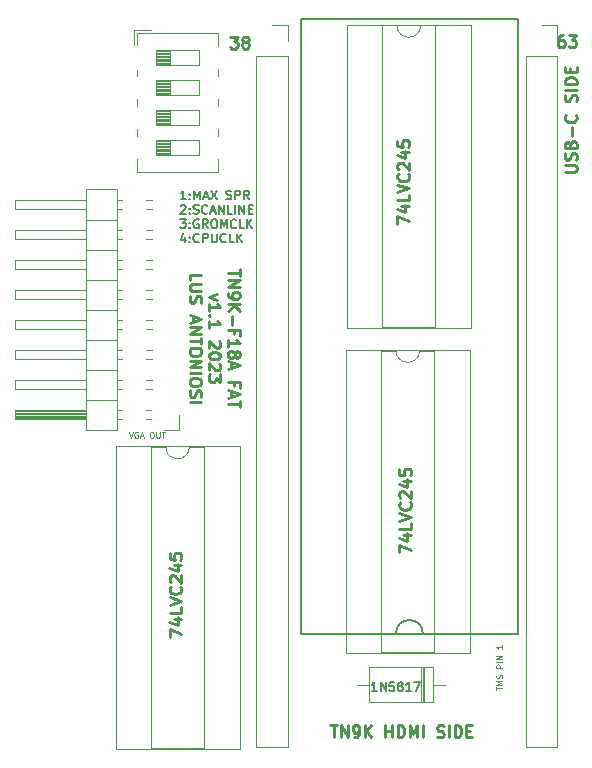
<source format=gbr>
%TF.GenerationSoftware,KiCad,Pcbnew,7.0.1*%
%TF.CreationDate,2023-05-22T12:19:44-07:00*%
%TF.ProjectId,tn9k_f18_fat,746e396b-5f66-4313-985f-6661742e6b69,rev?*%
%TF.SameCoordinates,Original*%
%TF.FileFunction,Legend,Top*%
%TF.FilePolarity,Positive*%
%FSLAX46Y46*%
G04 Gerber Fmt 4.6, Leading zero omitted, Abs format (unit mm)*
G04 Created by KiCad (PCBNEW 7.0.1) date 2023-05-22 12:19:44*
%MOMM*%
%LPD*%
G01*
G04 APERTURE LIST*
%ADD10C,0.150000*%
%ADD11C,0.250000*%
%ADD12C,0.187500*%
%ADD13C,0.125000*%
%ADD14C,0.120000*%
G04 APERTURE END LIST*
D10*
X153035000Y-48260000D02*
X171450000Y-48260000D01*
X153035000Y-48260000D02*
X153035000Y-100330000D01*
X153035000Y-100330000D02*
X171450000Y-100330000D01*
X163387262Y-100330000D02*
G75*
G03*
X161097738Y-100330000I-1144762J0D01*
G01*
X171450000Y-48260000D02*
X171450000Y-100330000D01*
D11*
X161234419Y-65643142D02*
X161234419Y-64976476D01*
X161234419Y-64976476D02*
X162234419Y-65405047D01*
X161567752Y-64166952D02*
X162234419Y-64166952D01*
X161186800Y-64405047D02*
X161901085Y-64643142D01*
X161901085Y-64643142D02*
X161901085Y-64024095D01*
X162234419Y-63166952D02*
X162234419Y-63643142D01*
X162234419Y-63643142D02*
X161234419Y-63643142D01*
X161234419Y-62976475D02*
X162234419Y-62643142D01*
X162234419Y-62643142D02*
X161234419Y-62309809D01*
X162139180Y-61405047D02*
X162186800Y-61452666D01*
X162186800Y-61452666D02*
X162234419Y-61595523D01*
X162234419Y-61595523D02*
X162234419Y-61690761D01*
X162234419Y-61690761D02*
X162186800Y-61833618D01*
X162186800Y-61833618D02*
X162091561Y-61928856D01*
X162091561Y-61928856D02*
X161996323Y-61976475D01*
X161996323Y-61976475D02*
X161805847Y-62024094D01*
X161805847Y-62024094D02*
X161662990Y-62024094D01*
X161662990Y-62024094D02*
X161472514Y-61976475D01*
X161472514Y-61976475D02*
X161377276Y-61928856D01*
X161377276Y-61928856D02*
X161282038Y-61833618D01*
X161282038Y-61833618D02*
X161234419Y-61690761D01*
X161234419Y-61690761D02*
X161234419Y-61595523D01*
X161234419Y-61595523D02*
X161282038Y-61452666D01*
X161282038Y-61452666D02*
X161329657Y-61405047D01*
X161329657Y-61024094D02*
X161282038Y-60976475D01*
X161282038Y-60976475D02*
X161234419Y-60881237D01*
X161234419Y-60881237D02*
X161234419Y-60643142D01*
X161234419Y-60643142D02*
X161282038Y-60547904D01*
X161282038Y-60547904D02*
X161329657Y-60500285D01*
X161329657Y-60500285D02*
X161424895Y-60452666D01*
X161424895Y-60452666D02*
X161520133Y-60452666D01*
X161520133Y-60452666D02*
X161662990Y-60500285D01*
X161662990Y-60500285D02*
X162234419Y-61071713D01*
X162234419Y-61071713D02*
X162234419Y-60452666D01*
X161567752Y-59595523D02*
X162234419Y-59595523D01*
X161186800Y-59833618D02*
X161901085Y-60071713D01*
X161901085Y-60071713D02*
X161901085Y-59452666D01*
X161234419Y-58595523D02*
X161234419Y-59071713D01*
X161234419Y-59071713D02*
X161710609Y-59119332D01*
X161710609Y-59119332D02*
X161662990Y-59071713D01*
X161662990Y-59071713D02*
X161615371Y-58976475D01*
X161615371Y-58976475D02*
X161615371Y-58738380D01*
X161615371Y-58738380D02*
X161662990Y-58643142D01*
X161662990Y-58643142D02*
X161710609Y-58595523D01*
X161710609Y-58595523D02*
X161805847Y-58547904D01*
X161805847Y-58547904D02*
X162043942Y-58547904D01*
X162043942Y-58547904D02*
X162139180Y-58595523D01*
X162139180Y-58595523D02*
X162186800Y-58643142D01*
X162186800Y-58643142D02*
X162234419Y-58738380D01*
X162234419Y-58738380D02*
X162234419Y-58976475D01*
X162234419Y-58976475D02*
X162186800Y-59071713D01*
X162186800Y-59071713D02*
X162139180Y-59119332D01*
X161386819Y-93456142D02*
X161386819Y-92789476D01*
X161386819Y-92789476D02*
X162386819Y-93218047D01*
X161720152Y-91979952D02*
X162386819Y-91979952D01*
X161339200Y-92218047D02*
X162053485Y-92456142D01*
X162053485Y-92456142D02*
X162053485Y-91837095D01*
X162386819Y-90979952D02*
X162386819Y-91456142D01*
X162386819Y-91456142D02*
X161386819Y-91456142D01*
X161386819Y-90789475D02*
X162386819Y-90456142D01*
X162386819Y-90456142D02*
X161386819Y-90122809D01*
X162291580Y-89218047D02*
X162339200Y-89265666D01*
X162339200Y-89265666D02*
X162386819Y-89408523D01*
X162386819Y-89408523D02*
X162386819Y-89503761D01*
X162386819Y-89503761D02*
X162339200Y-89646618D01*
X162339200Y-89646618D02*
X162243961Y-89741856D01*
X162243961Y-89741856D02*
X162148723Y-89789475D01*
X162148723Y-89789475D02*
X161958247Y-89837094D01*
X161958247Y-89837094D02*
X161815390Y-89837094D01*
X161815390Y-89837094D02*
X161624914Y-89789475D01*
X161624914Y-89789475D02*
X161529676Y-89741856D01*
X161529676Y-89741856D02*
X161434438Y-89646618D01*
X161434438Y-89646618D02*
X161386819Y-89503761D01*
X161386819Y-89503761D02*
X161386819Y-89408523D01*
X161386819Y-89408523D02*
X161434438Y-89265666D01*
X161434438Y-89265666D02*
X161482057Y-89218047D01*
X161482057Y-88837094D02*
X161434438Y-88789475D01*
X161434438Y-88789475D02*
X161386819Y-88694237D01*
X161386819Y-88694237D02*
X161386819Y-88456142D01*
X161386819Y-88456142D02*
X161434438Y-88360904D01*
X161434438Y-88360904D02*
X161482057Y-88313285D01*
X161482057Y-88313285D02*
X161577295Y-88265666D01*
X161577295Y-88265666D02*
X161672533Y-88265666D01*
X161672533Y-88265666D02*
X161815390Y-88313285D01*
X161815390Y-88313285D02*
X162386819Y-88884713D01*
X162386819Y-88884713D02*
X162386819Y-88265666D01*
X161720152Y-87408523D02*
X162386819Y-87408523D01*
X161339200Y-87646618D02*
X162053485Y-87884713D01*
X162053485Y-87884713D02*
X162053485Y-87265666D01*
X161386819Y-86408523D02*
X161386819Y-86884713D01*
X161386819Y-86884713D02*
X161863009Y-86932332D01*
X161863009Y-86932332D02*
X161815390Y-86884713D01*
X161815390Y-86884713D02*
X161767771Y-86789475D01*
X161767771Y-86789475D02*
X161767771Y-86551380D01*
X161767771Y-86551380D02*
X161815390Y-86456142D01*
X161815390Y-86456142D02*
X161863009Y-86408523D01*
X161863009Y-86408523D02*
X161958247Y-86360904D01*
X161958247Y-86360904D02*
X162196342Y-86360904D01*
X162196342Y-86360904D02*
X162291580Y-86408523D01*
X162291580Y-86408523D02*
X162339200Y-86456142D01*
X162339200Y-86456142D02*
X162386819Y-86551380D01*
X162386819Y-86551380D02*
X162386819Y-86789475D01*
X162386819Y-86789475D02*
X162339200Y-86884713D01*
X162339200Y-86884713D02*
X162291580Y-86932332D01*
D12*
X143319428Y-63573214D02*
X142890857Y-63573214D01*
X143105142Y-63573214D02*
X143105142Y-62823214D01*
X143105142Y-62823214D02*
X143033714Y-62930357D01*
X143033714Y-62930357D02*
X142962285Y-63001785D01*
X142962285Y-63001785D02*
X142890857Y-63037500D01*
X143640857Y-63501785D02*
X143676571Y-63537500D01*
X143676571Y-63537500D02*
X143640857Y-63573214D01*
X143640857Y-63573214D02*
X143605143Y-63537500D01*
X143605143Y-63537500D02*
X143640857Y-63501785D01*
X143640857Y-63501785D02*
X143640857Y-63573214D01*
X143640857Y-63108928D02*
X143676571Y-63144642D01*
X143676571Y-63144642D02*
X143640857Y-63180357D01*
X143640857Y-63180357D02*
X143605143Y-63144642D01*
X143605143Y-63144642D02*
X143640857Y-63108928D01*
X143640857Y-63108928D02*
X143640857Y-63180357D01*
X143998000Y-63573214D02*
X143998000Y-62823214D01*
X143998000Y-62823214D02*
X144248000Y-63358928D01*
X144248000Y-63358928D02*
X144498000Y-62823214D01*
X144498000Y-62823214D02*
X144498000Y-63573214D01*
X144819429Y-63358928D02*
X145176572Y-63358928D01*
X144748000Y-63573214D02*
X144998000Y-62823214D01*
X144998000Y-62823214D02*
X145248000Y-63573214D01*
X145426571Y-62823214D02*
X145926571Y-63573214D01*
X145926571Y-62823214D02*
X145426571Y-63573214D01*
X146748001Y-63537500D02*
X146855144Y-63573214D01*
X146855144Y-63573214D02*
X147033715Y-63573214D01*
X147033715Y-63573214D02*
X147105144Y-63537500D01*
X147105144Y-63537500D02*
X147140858Y-63501785D01*
X147140858Y-63501785D02*
X147176572Y-63430357D01*
X147176572Y-63430357D02*
X147176572Y-63358928D01*
X147176572Y-63358928D02*
X147140858Y-63287500D01*
X147140858Y-63287500D02*
X147105144Y-63251785D01*
X147105144Y-63251785D02*
X147033715Y-63216071D01*
X147033715Y-63216071D02*
X146890858Y-63180357D01*
X146890858Y-63180357D02*
X146819429Y-63144642D01*
X146819429Y-63144642D02*
X146783715Y-63108928D01*
X146783715Y-63108928D02*
X146748001Y-63037500D01*
X146748001Y-63037500D02*
X146748001Y-62966071D01*
X146748001Y-62966071D02*
X146783715Y-62894642D01*
X146783715Y-62894642D02*
X146819429Y-62858928D01*
X146819429Y-62858928D02*
X146890858Y-62823214D01*
X146890858Y-62823214D02*
X147069429Y-62823214D01*
X147069429Y-62823214D02*
X147176572Y-62858928D01*
X147498001Y-63573214D02*
X147498001Y-62823214D01*
X147498001Y-62823214D02*
X147783715Y-62823214D01*
X147783715Y-62823214D02*
X147855144Y-62858928D01*
X147855144Y-62858928D02*
X147890858Y-62894642D01*
X147890858Y-62894642D02*
X147926572Y-62966071D01*
X147926572Y-62966071D02*
X147926572Y-63073214D01*
X147926572Y-63073214D02*
X147890858Y-63144642D01*
X147890858Y-63144642D02*
X147855144Y-63180357D01*
X147855144Y-63180357D02*
X147783715Y-63216071D01*
X147783715Y-63216071D02*
X147498001Y-63216071D01*
X148676572Y-63573214D02*
X148426572Y-63216071D01*
X148248001Y-63573214D02*
X148248001Y-62823214D01*
X148248001Y-62823214D02*
X148533715Y-62823214D01*
X148533715Y-62823214D02*
X148605144Y-62858928D01*
X148605144Y-62858928D02*
X148640858Y-62894642D01*
X148640858Y-62894642D02*
X148676572Y-62966071D01*
X148676572Y-62966071D02*
X148676572Y-63073214D01*
X148676572Y-63073214D02*
X148640858Y-63144642D01*
X148640858Y-63144642D02*
X148605144Y-63180357D01*
X148605144Y-63180357D02*
X148533715Y-63216071D01*
X148533715Y-63216071D02*
X148248001Y-63216071D01*
X142890857Y-64109642D02*
X142926571Y-64073928D01*
X142926571Y-64073928D02*
X142998000Y-64038214D01*
X142998000Y-64038214D02*
X143176571Y-64038214D01*
X143176571Y-64038214D02*
X143248000Y-64073928D01*
X143248000Y-64073928D02*
X143283714Y-64109642D01*
X143283714Y-64109642D02*
X143319428Y-64181071D01*
X143319428Y-64181071D02*
X143319428Y-64252500D01*
X143319428Y-64252500D02*
X143283714Y-64359642D01*
X143283714Y-64359642D02*
X142855142Y-64788214D01*
X142855142Y-64788214D02*
X143319428Y-64788214D01*
X143640857Y-64716785D02*
X143676571Y-64752500D01*
X143676571Y-64752500D02*
X143640857Y-64788214D01*
X143640857Y-64788214D02*
X143605143Y-64752500D01*
X143605143Y-64752500D02*
X143640857Y-64716785D01*
X143640857Y-64716785D02*
X143640857Y-64788214D01*
X143640857Y-64323928D02*
X143676571Y-64359642D01*
X143676571Y-64359642D02*
X143640857Y-64395357D01*
X143640857Y-64395357D02*
X143605143Y-64359642D01*
X143605143Y-64359642D02*
X143640857Y-64323928D01*
X143640857Y-64323928D02*
X143640857Y-64395357D01*
X143962286Y-64752500D02*
X144069429Y-64788214D01*
X144069429Y-64788214D02*
X144248000Y-64788214D01*
X144248000Y-64788214D02*
X144319429Y-64752500D01*
X144319429Y-64752500D02*
X144355143Y-64716785D01*
X144355143Y-64716785D02*
X144390857Y-64645357D01*
X144390857Y-64645357D02*
X144390857Y-64573928D01*
X144390857Y-64573928D02*
X144355143Y-64502500D01*
X144355143Y-64502500D02*
X144319429Y-64466785D01*
X144319429Y-64466785D02*
X144248000Y-64431071D01*
X144248000Y-64431071D02*
X144105143Y-64395357D01*
X144105143Y-64395357D02*
X144033714Y-64359642D01*
X144033714Y-64359642D02*
X143998000Y-64323928D01*
X143998000Y-64323928D02*
X143962286Y-64252500D01*
X143962286Y-64252500D02*
X143962286Y-64181071D01*
X143962286Y-64181071D02*
X143998000Y-64109642D01*
X143998000Y-64109642D02*
X144033714Y-64073928D01*
X144033714Y-64073928D02*
X144105143Y-64038214D01*
X144105143Y-64038214D02*
X144283714Y-64038214D01*
X144283714Y-64038214D02*
X144390857Y-64073928D01*
X145140857Y-64716785D02*
X145105143Y-64752500D01*
X145105143Y-64752500D02*
X144998000Y-64788214D01*
X144998000Y-64788214D02*
X144926572Y-64788214D01*
X144926572Y-64788214D02*
X144819429Y-64752500D01*
X144819429Y-64752500D02*
X144748000Y-64681071D01*
X144748000Y-64681071D02*
X144712286Y-64609642D01*
X144712286Y-64609642D02*
X144676572Y-64466785D01*
X144676572Y-64466785D02*
X144676572Y-64359642D01*
X144676572Y-64359642D02*
X144712286Y-64216785D01*
X144712286Y-64216785D02*
X144748000Y-64145357D01*
X144748000Y-64145357D02*
X144819429Y-64073928D01*
X144819429Y-64073928D02*
X144926572Y-64038214D01*
X144926572Y-64038214D02*
X144998000Y-64038214D01*
X144998000Y-64038214D02*
X145105143Y-64073928D01*
X145105143Y-64073928D02*
X145140857Y-64109642D01*
X145426572Y-64573928D02*
X145783715Y-64573928D01*
X145355143Y-64788214D02*
X145605143Y-64038214D01*
X145605143Y-64038214D02*
X145855143Y-64788214D01*
X146105143Y-64788214D02*
X146105143Y-64038214D01*
X146105143Y-64038214D02*
X146533714Y-64788214D01*
X146533714Y-64788214D02*
X146533714Y-64038214D01*
X147248000Y-64788214D02*
X146890857Y-64788214D01*
X146890857Y-64788214D02*
X146890857Y-64038214D01*
X147498000Y-64788214D02*
X147498000Y-64038214D01*
X147855143Y-64788214D02*
X147855143Y-64038214D01*
X147855143Y-64038214D02*
X148283714Y-64788214D01*
X148283714Y-64788214D02*
X148283714Y-64038214D01*
X148640857Y-64395357D02*
X148890857Y-64395357D01*
X148998000Y-64788214D02*
X148640857Y-64788214D01*
X148640857Y-64788214D02*
X148640857Y-64038214D01*
X148640857Y-64038214D02*
X148998000Y-64038214D01*
X142855142Y-65253214D02*
X143319428Y-65253214D01*
X143319428Y-65253214D02*
X143069428Y-65538928D01*
X143069428Y-65538928D02*
X143176571Y-65538928D01*
X143176571Y-65538928D02*
X143248000Y-65574642D01*
X143248000Y-65574642D02*
X143283714Y-65610357D01*
X143283714Y-65610357D02*
X143319428Y-65681785D01*
X143319428Y-65681785D02*
X143319428Y-65860357D01*
X143319428Y-65860357D02*
X143283714Y-65931785D01*
X143283714Y-65931785D02*
X143248000Y-65967500D01*
X143248000Y-65967500D02*
X143176571Y-66003214D01*
X143176571Y-66003214D02*
X142962285Y-66003214D01*
X142962285Y-66003214D02*
X142890857Y-65967500D01*
X142890857Y-65967500D02*
X142855142Y-65931785D01*
X143640857Y-65931785D02*
X143676571Y-65967500D01*
X143676571Y-65967500D02*
X143640857Y-66003214D01*
X143640857Y-66003214D02*
X143605143Y-65967500D01*
X143605143Y-65967500D02*
X143640857Y-65931785D01*
X143640857Y-65931785D02*
X143640857Y-66003214D01*
X143640857Y-65538928D02*
X143676571Y-65574642D01*
X143676571Y-65574642D02*
X143640857Y-65610357D01*
X143640857Y-65610357D02*
X143605143Y-65574642D01*
X143605143Y-65574642D02*
X143640857Y-65538928D01*
X143640857Y-65538928D02*
X143640857Y-65610357D01*
X144390857Y-65288928D02*
X144319429Y-65253214D01*
X144319429Y-65253214D02*
X144212286Y-65253214D01*
X144212286Y-65253214D02*
X144105143Y-65288928D01*
X144105143Y-65288928D02*
X144033714Y-65360357D01*
X144033714Y-65360357D02*
X143998000Y-65431785D01*
X143998000Y-65431785D02*
X143962286Y-65574642D01*
X143962286Y-65574642D02*
X143962286Y-65681785D01*
X143962286Y-65681785D02*
X143998000Y-65824642D01*
X143998000Y-65824642D02*
X144033714Y-65896071D01*
X144033714Y-65896071D02*
X144105143Y-65967500D01*
X144105143Y-65967500D02*
X144212286Y-66003214D01*
X144212286Y-66003214D02*
X144283714Y-66003214D01*
X144283714Y-66003214D02*
X144390857Y-65967500D01*
X144390857Y-65967500D02*
X144426571Y-65931785D01*
X144426571Y-65931785D02*
X144426571Y-65681785D01*
X144426571Y-65681785D02*
X144283714Y-65681785D01*
X145176571Y-66003214D02*
X144926571Y-65646071D01*
X144748000Y-66003214D02*
X144748000Y-65253214D01*
X144748000Y-65253214D02*
X145033714Y-65253214D01*
X145033714Y-65253214D02*
X145105143Y-65288928D01*
X145105143Y-65288928D02*
X145140857Y-65324642D01*
X145140857Y-65324642D02*
X145176571Y-65396071D01*
X145176571Y-65396071D02*
X145176571Y-65503214D01*
X145176571Y-65503214D02*
X145140857Y-65574642D01*
X145140857Y-65574642D02*
X145105143Y-65610357D01*
X145105143Y-65610357D02*
X145033714Y-65646071D01*
X145033714Y-65646071D02*
X144748000Y-65646071D01*
X145640857Y-65253214D02*
X145783714Y-65253214D01*
X145783714Y-65253214D02*
X145855143Y-65288928D01*
X145855143Y-65288928D02*
X145926571Y-65360357D01*
X145926571Y-65360357D02*
X145962286Y-65503214D01*
X145962286Y-65503214D02*
X145962286Y-65753214D01*
X145962286Y-65753214D02*
X145926571Y-65896071D01*
X145926571Y-65896071D02*
X145855143Y-65967500D01*
X145855143Y-65967500D02*
X145783714Y-66003214D01*
X145783714Y-66003214D02*
X145640857Y-66003214D01*
X145640857Y-66003214D02*
X145569429Y-65967500D01*
X145569429Y-65967500D02*
X145498000Y-65896071D01*
X145498000Y-65896071D02*
X145462286Y-65753214D01*
X145462286Y-65753214D02*
X145462286Y-65503214D01*
X145462286Y-65503214D02*
X145498000Y-65360357D01*
X145498000Y-65360357D02*
X145569429Y-65288928D01*
X145569429Y-65288928D02*
X145640857Y-65253214D01*
X146283714Y-66003214D02*
X146283714Y-65253214D01*
X146283714Y-65253214D02*
X146533714Y-65788928D01*
X146533714Y-65788928D02*
X146783714Y-65253214D01*
X146783714Y-65253214D02*
X146783714Y-66003214D01*
X147569428Y-65931785D02*
X147533714Y-65967500D01*
X147533714Y-65967500D02*
X147426571Y-66003214D01*
X147426571Y-66003214D02*
X147355143Y-66003214D01*
X147355143Y-66003214D02*
X147248000Y-65967500D01*
X147248000Y-65967500D02*
X147176571Y-65896071D01*
X147176571Y-65896071D02*
X147140857Y-65824642D01*
X147140857Y-65824642D02*
X147105143Y-65681785D01*
X147105143Y-65681785D02*
X147105143Y-65574642D01*
X147105143Y-65574642D02*
X147140857Y-65431785D01*
X147140857Y-65431785D02*
X147176571Y-65360357D01*
X147176571Y-65360357D02*
X147248000Y-65288928D01*
X147248000Y-65288928D02*
X147355143Y-65253214D01*
X147355143Y-65253214D02*
X147426571Y-65253214D01*
X147426571Y-65253214D02*
X147533714Y-65288928D01*
X147533714Y-65288928D02*
X147569428Y-65324642D01*
X148248000Y-66003214D02*
X147890857Y-66003214D01*
X147890857Y-66003214D02*
X147890857Y-65253214D01*
X148498000Y-66003214D02*
X148498000Y-65253214D01*
X148926571Y-66003214D02*
X148605143Y-65574642D01*
X148926571Y-65253214D02*
X148498000Y-65681785D01*
X143248000Y-66718214D02*
X143248000Y-67218214D01*
X143069428Y-66432500D02*
X142890857Y-66968214D01*
X142890857Y-66968214D02*
X143355142Y-66968214D01*
X143640857Y-67146785D02*
X143676571Y-67182500D01*
X143676571Y-67182500D02*
X143640857Y-67218214D01*
X143640857Y-67218214D02*
X143605143Y-67182500D01*
X143605143Y-67182500D02*
X143640857Y-67146785D01*
X143640857Y-67146785D02*
X143640857Y-67218214D01*
X143640857Y-66753928D02*
X143676571Y-66789642D01*
X143676571Y-66789642D02*
X143640857Y-66825357D01*
X143640857Y-66825357D02*
X143605143Y-66789642D01*
X143605143Y-66789642D02*
X143640857Y-66753928D01*
X143640857Y-66753928D02*
X143640857Y-66825357D01*
X144426571Y-67146785D02*
X144390857Y-67182500D01*
X144390857Y-67182500D02*
X144283714Y-67218214D01*
X144283714Y-67218214D02*
X144212286Y-67218214D01*
X144212286Y-67218214D02*
X144105143Y-67182500D01*
X144105143Y-67182500D02*
X144033714Y-67111071D01*
X144033714Y-67111071D02*
X143998000Y-67039642D01*
X143998000Y-67039642D02*
X143962286Y-66896785D01*
X143962286Y-66896785D02*
X143962286Y-66789642D01*
X143962286Y-66789642D02*
X143998000Y-66646785D01*
X143998000Y-66646785D02*
X144033714Y-66575357D01*
X144033714Y-66575357D02*
X144105143Y-66503928D01*
X144105143Y-66503928D02*
X144212286Y-66468214D01*
X144212286Y-66468214D02*
X144283714Y-66468214D01*
X144283714Y-66468214D02*
X144390857Y-66503928D01*
X144390857Y-66503928D02*
X144426571Y-66539642D01*
X144748000Y-67218214D02*
X144748000Y-66468214D01*
X144748000Y-66468214D02*
X145033714Y-66468214D01*
X145033714Y-66468214D02*
X145105143Y-66503928D01*
X145105143Y-66503928D02*
X145140857Y-66539642D01*
X145140857Y-66539642D02*
X145176571Y-66611071D01*
X145176571Y-66611071D02*
X145176571Y-66718214D01*
X145176571Y-66718214D02*
X145140857Y-66789642D01*
X145140857Y-66789642D02*
X145105143Y-66825357D01*
X145105143Y-66825357D02*
X145033714Y-66861071D01*
X145033714Y-66861071D02*
X144748000Y-66861071D01*
X145498000Y-66468214D02*
X145498000Y-67075357D01*
X145498000Y-67075357D02*
X145533714Y-67146785D01*
X145533714Y-67146785D02*
X145569429Y-67182500D01*
X145569429Y-67182500D02*
X145640857Y-67218214D01*
X145640857Y-67218214D02*
X145783714Y-67218214D01*
X145783714Y-67218214D02*
X145855143Y-67182500D01*
X145855143Y-67182500D02*
X145890857Y-67146785D01*
X145890857Y-67146785D02*
X145926571Y-67075357D01*
X145926571Y-67075357D02*
X145926571Y-66468214D01*
X146712285Y-67146785D02*
X146676571Y-67182500D01*
X146676571Y-67182500D02*
X146569428Y-67218214D01*
X146569428Y-67218214D02*
X146498000Y-67218214D01*
X146498000Y-67218214D02*
X146390857Y-67182500D01*
X146390857Y-67182500D02*
X146319428Y-67111071D01*
X146319428Y-67111071D02*
X146283714Y-67039642D01*
X146283714Y-67039642D02*
X146248000Y-66896785D01*
X146248000Y-66896785D02*
X146248000Y-66789642D01*
X146248000Y-66789642D02*
X146283714Y-66646785D01*
X146283714Y-66646785D02*
X146319428Y-66575357D01*
X146319428Y-66575357D02*
X146390857Y-66503928D01*
X146390857Y-66503928D02*
X146498000Y-66468214D01*
X146498000Y-66468214D02*
X146569428Y-66468214D01*
X146569428Y-66468214D02*
X146676571Y-66503928D01*
X146676571Y-66503928D02*
X146712285Y-66539642D01*
X147390857Y-67218214D02*
X147033714Y-67218214D01*
X147033714Y-67218214D02*
X147033714Y-66468214D01*
X147640857Y-67218214D02*
X147640857Y-66468214D01*
X148069428Y-67218214D02*
X147748000Y-66789642D01*
X148069428Y-66468214D02*
X147640857Y-66896785D01*
D11*
X141945819Y-100588542D02*
X141945819Y-99921876D01*
X141945819Y-99921876D02*
X142945819Y-100350447D01*
X142279152Y-99112352D02*
X142945819Y-99112352D01*
X141898200Y-99350447D02*
X142612485Y-99588542D01*
X142612485Y-99588542D02*
X142612485Y-98969495D01*
X142945819Y-98112352D02*
X142945819Y-98588542D01*
X142945819Y-98588542D02*
X141945819Y-98588542D01*
X141945819Y-97921875D02*
X142945819Y-97588542D01*
X142945819Y-97588542D02*
X141945819Y-97255209D01*
X142850580Y-96350447D02*
X142898200Y-96398066D01*
X142898200Y-96398066D02*
X142945819Y-96540923D01*
X142945819Y-96540923D02*
X142945819Y-96636161D01*
X142945819Y-96636161D02*
X142898200Y-96779018D01*
X142898200Y-96779018D02*
X142802961Y-96874256D01*
X142802961Y-96874256D02*
X142707723Y-96921875D01*
X142707723Y-96921875D02*
X142517247Y-96969494D01*
X142517247Y-96969494D02*
X142374390Y-96969494D01*
X142374390Y-96969494D02*
X142183914Y-96921875D01*
X142183914Y-96921875D02*
X142088676Y-96874256D01*
X142088676Y-96874256D02*
X141993438Y-96779018D01*
X141993438Y-96779018D02*
X141945819Y-96636161D01*
X141945819Y-96636161D02*
X141945819Y-96540923D01*
X141945819Y-96540923D02*
X141993438Y-96398066D01*
X141993438Y-96398066D02*
X142041057Y-96350447D01*
X142041057Y-95969494D02*
X141993438Y-95921875D01*
X141993438Y-95921875D02*
X141945819Y-95826637D01*
X141945819Y-95826637D02*
X141945819Y-95588542D01*
X141945819Y-95588542D02*
X141993438Y-95493304D01*
X141993438Y-95493304D02*
X142041057Y-95445685D01*
X142041057Y-95445685D02*
X142136295Y-95398066D01*
X142136295Y-95398066D02*
X142231533Y-95398066D01*
X142231533Y-95398066D02*
X142374390Y-95445685D01*
X142374390Y-95445685D02*
X142945819Y-96017113D01*
X142945819Y-96017113D02*
X142945819Y-95398066D01*
X142279152Y-94540923D02*
X142945819Y-94540923D01*
X141898200Y-94779018D02*
X142612485Y-95017113D01*
X142612485Y-95017113D02*
X142612485Y-94398066D01*
X141945819Y-93540923D02*
X141945819Y-94017113D01*
X141945819Y-94017113D02*
X142422009Y-94064732D01*
X142422009Y-94064732D02*
X142374390Y-94017113D01*
X142374390Y-94017113D02*
X142326771Y-93921875D01*
X142326771Y-93921875D02*
X142326771Y-93683780D01*
X142326771Y-93683780D02*
X142374390Y-93588542D01*
X142374390Y-93588542D02*
X142422009Y-93540923D01*
X142422009Y-93540923D02*
X142517247Y-93493304D01*
X142517247Y-93493304D02*
X142755342Y-93493304D01*
X142755342Y-93493304D02*
X142850580Y-93540923D01*
X142850580Y-93540923D02*
X142898200Y-93588542D01*
X142898200Y-93588542D02*
X142945819Y-93683780D01*
X142945819Y-93683780D02*
X142945819Y-93921875D01*
X142945819Y-93921875D02*
X142898200Y-94017113D01*
X142898200Y-94017113D02*
X142850580Y-94064732D01*
X175407619Y-61229904D02*
X176217142Y-61229904D01*
X176217142Y-61229904D02*
X176312380Y-61182285D01*
X176312380Y-61182285D02*
X176360000Y-61134666D01*
X176360000Y-61134666D02*
X176407619Y-61039428D01*
X176407619Y-61039428D02*
X176407619Y-60848952D01*
X176407619Y-60848952D02*
X176360000Y-60753714D01*
X176360000Y-60753714D02*
X176312380Y-60706095D01*
X176312380Y-60706095D02*
X176217142Y-60658476D01*
X176217142Y-60658476D02*
X175407619Y-60658476D01*
X176360000Y-60229904D02*
X176407619Y-60087047D01*
X176407619Y-60087047D02*
X176407619Y-59848952D01*
X176407619Y-59848952D02*
X176360000Y-59753714D01*
X176360000Y-59753714D02*
X176312380Y-59706095D01*
X176312380Y-59706095D02*
X176217142Y-59658476D01*
X176217142Y-59658476D02*
X176121904Y-59658476D01*
X176121904Y-59658476D02*
X176026666Y-59706095D01*
X176026666Y-59706095D02*
X175979047Y-59753714D01*
X175979047Y-59753714D02*
X175931428Y-59848952D01*
X175931428Y-59848952D02*
X175883809Y-60039428D01*
X175883809Y-60039428D02*
X175836190Y-60134666D01*
X175836190Y-60134666D02*
X175788571Y-60182285D01*
X175788571Y-60182285D02*
X175693333Y-60229904D01*
X175693333Y-60229904D02*
X175598095Y-60229904D01*
X175598095Y-60229904D02*
X175502857Y-60182285D01*
X175502857Y-60182285D02*
X175455238Y-60134666D01*
X175455238Y-60134666D02*
X175407619Y-60039428D01*
X175407619Y-60039428D02*
X175407619Y-59801333D01*
X175407619Y-59801333D02*
X175455238Y-59658476D01*
X175883809Y-58896571D02*
X175931428Y-58753714D01*
X175931428Y-58753714D02*
X175979047Y-58706095D01*
X175979047Y-58706095D02*
X176074285Y-58658476D01*
X176074285Y-58658476D02*
X176217142Y-58658476D01*
X176217142Y-58658476D02*
X176312380Y-58706095D01*
X176312380Y-58706095D02*
X176360000Y-58753714D01*
X176360000Y-58753714D02*
X176407619Y-58848952D01*
X176407619Y-58848952D02*
X176407619Y-59229904D01*
X176407619Y-59229904D02*
X175407619Y-59229904D01*
X175407619Y-59229904D02*
X175407619Y-58896571D01*
X175407619Y-58896571D02*
X175455238Y-58801333D01*
X175455238Y-58801333D02*
X175502857Y-58753714D01*
X175502857Y-58753714D02*
X175598095Y-58706095D01*
X175598095Y-58706095D02*
X175693333Y-58706095D01*
X175693333Y-58706095D02*
X175788571Y-58753714D01*
X175788571Y-58753714D02*
X175836190Y-58801333D01*
X175836190Y-58801333D02*
X175883809Y-58896571D01*
X175883809Y-58896571D02*
X175883809Y-59229904D01*
X176026666Y-58229904D02*
X176026666Y-57468000D01*
X176312380Y-56420381D02*
X176360000Y-56468000D01*
X176360000Y-56468000D02*
X176407619Y-56610857D01*
X176407619Y-56610857D02*
X176407619Y-56706095D01*
X176407619Y-56706095D02*
X176360000Y-56848952D01*
X176360000Y-56848952D02*
X176264761Y-56944190D01*
X176264761Y-56944190D02*
X176169523Y-56991809D01*
X176169523Y-56991809D02*
X175979047Y-57039428D01*
X175979047Y-57039428D02*
X175836190Y-57039428D01*
X175836190Y-57039428D02*
X175645714Y-56991809D01*
X175645714Y-56991809D02*
X175550476Y-56944190D01*
X175550476Y-56944190D02*
X175455238Y-56848952D01*
X175455238Y-56848952D02*
X175407619Y-56706095D01*
X175407619Y-56706095D02*
X175407619Y-56610857D01*
X175407619Y-56610857D02*
X175455238Y-56468000D01*
X175455238Y-56468000D02*
X175502857Y-56420381D01*
X176360000Y-55277523D02*
X176407619Y-55134666D01*
X176407619Y-55134666D02*
X176407619Y-54896571D01*
X176407619Y-54896571D02*
X176360000Y-54801333D01*
X176360000Y-54801333D02*
X176312380Y-54753714D01*
X176312380Y-54753714D02*
X176217142Y-54706095D01*
X176217142Y-54706095D02*
X176121904Y-54706095D01*
X176121904Y-54706095D02*
X176026666Y-54753714D01*
X176026666Y-54753714D02*
X175979047Y-54801333D01*
X175979047Y-54801333D02*
X175931428Y-54896571D01*
X175931428Y-54896571D02*
X175883809Y-55087047D01*
X175883809Y-55087047D02*
X175836190Y-55182285D01*
X175836190Y-55182285D02*
X175788571Y-55229904D01*
X175788571Y-55229904D02*
X175693333Y-55277523D01*
X175693333Y-55277523D02*
X175598095Y-55277523D01*
X175598095Y-55277523D02*
X175502857Y-55229904D01*
X175502857Y-55229904D02*
X175455238Y-55182285D01*
X175455238Y-55182285D02*
X175407619Y-55087047D01*
X175407619Y-55087047D02*
X175407619Y-54848952D01*
X175407619Y-54848952D02*
X175455238Y-54706095D01*
X176407619Y-54277523D02*
X175407619Y-54277523D01*
X176407619Y-53801333D02*
X175407619Y-53801333D01*
X175407619Y-53801333D02*
X175407619Y-53563238D01*
X175407619Y-53563238D02*
X175455238Y-53420381D01*
X175455238Y-53420381D02*
X175550476Y-53325143D01*
X175550476Y-53325143D02*
X175645714Y-53277524D01*
X175645714Y-53277524D02*
X175836190Y-53229905D01*
X175836190Y-53229905D02*
X175979047Y-53229905D01*
X175979047Y-53229905D02*
X176169523Y-53277524D01*
X176169523Y-53277524D02*
X176264761Y-53325143D01*
X176264761Y-53325143D02*
X176360000Y-53420381D01*
X176360000Y-53420381D02*
X176407619Y-53563238D01*
X176407619Y-53563238D02*
X176407619Y-53801333D01*
X175883809Y-52801333D02*
X175883809Y-52468000D01*
X176407619Y-52325143D02*
X176407619Y-52801333D01*
X176407619Y-52801333D02*
X175407619Y-52801333D01*
X175407619Y-52801333D02*
X175407619Y-52325143D01*
D13*
X138477619Y-83258809D02*
X138644285Y-83758809D01*
X138644285Y-83758809D02*
X138810952Y-83258809D01*
X139239523Y-83282619D02*
X139191904Y-83258809D01*
X139191904Y-83258809D02*
X139120475Y-83258809D01*
X139120475Y-83258809D02*
X139049047Y-83282619D01*
X139049047Y-83282619D02*
X139001428Y-83330238D01*
X139001428Y-83330238D02*
X138977618Y-83377857D01*
X138977618Y-83377857D02*
X138953809Y-83473095D01*
X138953809Y-83473095D02*
X138953809Y-83544523D01*
X138953809Y-83544523D02*
X138977618Y-83639761D01*
X138977618Y-83639761D02*
X139001428Y-83687380D01*
X139001428Y-83687380D02*
X139049047Y-83735000D01*
X139049047Y-83735000D02*
X139120475Y-83758809D01*
X139120475Y-83758809D02*
X139168094Y-83758809D01*
X139168094Y-83758809D02*
X139239523Y-83735000D01*
X139239523Y-83735000D02*
X139263332Y-83711190D01*
X139263332Y-83711190D02*
X139263332Y-83544523D01*
X139263332Y-83544523D02*
X139168094Y-83544523D01*
X139453809Y-83615952D02*
X139691904Y-83615952D01*
X139406190Y-83758809D02*
X139572856Y-83258809D01*
X139572856Y-83258809D02*
X139739523Y-83758809D01*
X140382379Y-83258809D02*
X140477617Y-83258809D01*
X140477617Y-83258809D02*
X140525236Y-83282619D01*
X140525236Y-83282619D02*
X140572855Y-83330238D01*
X140572855Y-83330238D02*
X140596665Y-83425476D01*
X140596665Y-83425476D02*
X140596665Y-83592142D01*
X140596665Y-83592142D02*
X140572855Y-83687380D01*
X140572855Y-83687380D02*
X140525236Y-83735000D01*
X140525236Y-83735000D02*
X140477617Y-83758809D01*
X140477617Y-83758809D02*
X140382379Y-83758809D01*
X140382379Y-83758809D02*
X140334760Y-83735000D01*
X140334760Y-83735000D02*
X140287141Y-83687380D01*
X140287141Y-83687380D02*
X140263332Y-83592142D01*
X140263332Y-83592142D02*
X140263332Y-83425476D01*
X140263332Y-83425476D02*
X140287141Y-83330238D01*
X140287141Y-83330238D02*
X140334760Y-83282619D01*
X140334760Y-83282619D02*
X140382379Y-83258809D01*
X140810951Y-83258809D02*
X140810951Y-83663571D01*
X140810951Y-83663571D02*
X140834761Y-83711190D01*
X140834761Y-83711190D02*
X140858570Y-83735000D01*
X140858570Y-83735000D02*
X140906189Y-83758809D01*
X140906189Y-83758809D02*
X141001427Y-83758809D01*
X141001427Y-83758809D02*
X141049046Y-83735000D01*
X141049046Y-83735000D02*
X141072856Y-83711190D01*
X141072856Y-83711190D02*
X141096665Y-83663571D01*
X141096665Y-83663571D02*
X141096665Y-83258809D01*
X141263333Y-83258809D02*
X141549047Y-83258809D01*
X141406190Y-83758809D02*
X141406190Y-83258809D01*
D11*
X155543238Y-108097619D02*
X156114666Y-108097619D01*
X155828952Y-109097619D02*
X155828952Y-108097619D01*
X156448000Y-109097619D02*
X156448000Y-108097619D01*
X156448000Y-108097619D02*
X157019428Y-109097619D01*
X157019428Y-109097619D02*
X157019428Y-108097619D01*
X157543238Y-109097619D02*
X157733714Y-109097619D01*
X157733714Y-109097619D02*
X157828952Y-109050000D01*
X157828952Y-109050000D02*
X157876571Y-109002380D01*
X157876571Y-109002380D02*
X157971809Y-108859523D01*
X157971809Y-108859523D02*
X158019428Y-108669047D01*
X158019428Y-108669047D02*
X158019428Y-108288095D01*
X158019428Y-108288095D02*
X157971809Y-108192857D01*
X157971809Y-108192857D02*
X157924190Y-108145238D01*
X157924190Y-108145238D02*
X157828952Y-108097619D01*
X157828952Y-108097619D02*
X157638476Y-108097619D01*
X157638476Y-108097619D02*
X157543238Y-108145238D01*
X157543238Y-108145238D02*
X157495619Y-108192857D01*
X157495619Y-108192857D02*
X157448000Y-108288095D01*
X157448000Y-108288095D02*
X157448000Y-108526190D01*
X157448000Y-108526190D02*
X157495619Y-108621428D01*
X157495619Y-108621428D02*
X157543238Y-108669047D01*
X157543238Y-108669047D02*
X157638476Y-108716666D01*
X157638476Y-108716666D02*
X157828952Y-108716666D01*
X157828952Y-108716666D02*
X157924190Y-108669047D01*
X157924190Y-108669047D02*
X157971809Y-108621428D01*
X157971809Y-108621428D02*
X158019428Y-108526190D01*
X158448000Y-109097619D02*
X158448000Y-108097619D01*
X159019428Y-109097619D02*
X158590857Y-108526190D01*
X159019428Y-108097619D02*
X158448000Y-108669047D01*
X160209905Y-109097619D02*
X160209905Y-108097619D01*
X160209905Y-108573809D02*
X160781333Y-108573809D01*
X160781333Y-109097619D02*
X160781333Y-108097619D01*
X161257524Y-109097619D02*
X161257524Y-108097619D01*
X161257524Y-108097619D02*
X161495619Y-108097619D01*
X161495619Y-108097619D02*
X161638476Y-108145238D01*
X161638476Y-108145238D02*
X161733714Y-108240476D01*
X161733714Y-108240476D02*
X161781333Y-108335714D01*
X161781333Y-108335714D02*
X161828952Y-108526190D01*
X161828952Y-108526190D02*
X161828952Y-108669047D01*
X161828952Y-108669047D02*
X161781333Y-108859523D01*
X161781333Y-108859523D02*
X161733714Y-108954761D01*
X161733714Y-108954761D02*
X161638476Y-109050000D01*
X161638476Y-109050000D02*
X161495619Y-109097619D01*
X161495619Y-109097619D02*
X161257524Y-109097619D01*
X162257524Y-109097619D02*
X162257524Y-108097619D01*
X162257524Y-108097619D02*
X162590857Y-108811904D01*
X162590857Y-108811904D02*
X162924190Y-108097619D01*
X162924190Y-108097619D02*
X162924190Y-109097619D01*
X163400381Y-109097619D02*
X163400381Y-108097619D01*
X164590857Y-109050000D02*
X164733714Y-109097619D01*
X164733714Y-109097619D02*
X164971809Y-109097619D01*
X164971809Y-109097619D02*
X165067047Y-109050000D01*
X165067047Y-109050000D02*
X165114666Y-109002380D01*
X165114666Y-109002380D02*
X165162285Y-108907142D01*
X165162285Y-108907142D02*
X165162285Y-108811904D01*
X165162285Y-108811904D02*
X165114666Y-108716666D01*
X165114666Y-108716666D02*
X165067047Y-108669047D01*
X165067047Y-108669047D02*
X164971809Y-108621428D01*
X164971809Y-108621428D02*
X164781333Y-108573809D01*
X164781333Y-108573809D02*
X164686095Y-108526190D01*
X164686095Y-108526190D02*
X164638476Y-108478571D01*
X164638476Y-108478571D02*
X164590857Y-108383333D01*
X164590857Y-108383333D02*
X164590857Y-108288095D01*
X164590857Y-108288095D02*
X164638476Y-108192857D01*
X164638476Y-108192857D02*
X164686095Y-108145238D01*
X164686095Y-108145238D02*
X164781333Y-108097619D01*
X164781333Y-108097619D02*
X165019428Y-108097619D01*
X165019428Y-108097619D02*
X165162285Y-108145238D01*
X165590857Y-109097619D02*
X165590857Y-108097619D01*
X166067047Y-109097619D02*
X166067047Y-108097619D01*
X166067047Y-108097619D02*
X166305142Y-108097619D01*
X166305142Y-108097619D02*
X166447999Y-108145238D01*
X166447999Y-108145238D02*
X166543237Y-108240476D01*
X166543237Y-108240476D02*
X166590856Y-108335714D01*
X166590856Y-108335714D02*
X166638475Y-108526190D01*
X166638475Y-108526190D02*
X166638475Y-108669047D01*
X166638475Y-108669047D02*
X166590856Y-108859523D01*
X166590856Y-108859523D02*
X166543237Y-108954761D01*
X166543237Y-108954761D02*
X166447999Y-109050000D01*
X166447999Y-109050000D02*
X166305142Y-109097619D01*
X166305142Y-109097619D02*
X166067047Y-109097619D01*
X167067047Y-108573809D02*
X167400380Y-108573809D01*
X167543237Y-109097619D02*
X167067047Y-109097619D01*
X167067047Y-109097619D02*
X167067047Y-108097619D01*
X167067047Y-108097619D02*
X167543237Y-108097619D01*
X147081857Y-49804619D02*
X147700904Y-49804619D01*
X147700904Y-49804619D02*
X147367571Y-50185571D01*
X147367571Y-50185571D02*
X147510428Y-50185571D01*
X147510428Y-50185571D02*
X147605666Y-50233190D01*
X147605666Y-50233190D02*
X147653285Y-50280809D01*
X147653285Y-50280809D02*
X147700904Y-50376047D01*
X147700904Y-50376047D02*
X147700904Y-50614142D01*
X147700904Y-50614142D02*
X147653285Y-50709380D01*
X147653285Y-50709380D02*
X147605666Y-50757000D01*
X147605666Y-50757000D02*
X147510428Y-50804619D01*
X147510428Y-50804619D02*
X147224714Y-50804619D01*
X147224714Y-50804619D02*
X147129476Y-50757000D01*
X147129476Y-50757000D02*
X147081857Y-50709380D01*
X148272333Y-50233190D02*
X148177095Y-50185571D01*
X148177095Y-50185571D02*
X148129476Y-50137952D01*
X148129476Y-50137952D02*
X148081857Y-50042714D01*
X148081857Y-50042714D02*
X148081857Y-49995095D01*
X148081857Y-49995095D02*
X148129476Y-49899857D01*
X148129476Y-49899857D02*
X148177095Y-49852238D01*
X148177095Y-49852238D02*
X148272333Y-49804619D01*
X148272333Y-49804619D02*
X148462809Y-49804619D01*
X148462809Y-49804619D02*
X148558047Y-49852238D01*
X148558047Y-49852238D02*
X148605666Y-49899857D01*
X148605666Y-49899857D02*
X148653285Y-49995095D01*
X148653285Y-49995095D02*
X148653285Y-50042714D01*
X148653285Y-50042714D02*
X148605666Y-50137952D01*
X148605666Y-50137952D02*
X148558047Y-50185571D01*
X148558047Y-50185571D02*
X148462809Y-50233190D01*
X148462809Y-50233190D02*
X148272333Y-50233190D01*
X148272333Y-50233190D02*
X148177095Y-50280809D01*
X148177095Y-50280809D02*
X148129476Y-50328428D01*
X148129476Y-50328428D02*
X148081857Y-50423666D01*
X148081857Y-50423666D02*
X148081857Y-50614142D01*
X148081857Y-50614142D02*
X148129476Y-50709380D01*
X148129476Y-50709380D02*
X148177095Y-50757000D01*
X148177095Y-50757000D02*
X148272333Y-50804619D01*
X148272333Y-50804619D02*
X148462809Y-50804619D01*
X148462809Y-50804619D02*
X148558047Y-50757000D01*
X148558047Y-50757000D02*
X148605666Y-50709380D01*
X148605666Y-50709380D02*
X148653285Y-50614142D01*
X148653285Y-50614142D02*
X148653285Y-50423666D01*
X148653285Y-50423666D02*
X148605666Y-50328428D01*
X148605666Y-50328428D02*
X148558047Y-50280809D01*
X148558047Y-50280809D02*
X148462809Y-50233190D01*
X147872380Y-69503066D02*
X147872380Y-70074494D01*
X146872380Y-69788780D02*
X147872380Y-69788780D01*
X146872380Y-70407828D02*
X147872380Y-70407828D01*
X147872380Y-70407828D02*
X146872380Y-70979256D01*
X146872380Y-70979256D02*
X147872380Y-70979256D01*
X146872380Y-71503066D02*
X146872380Y-71693542D01*
X146872380Y-71693542D02*
X146920000Y-71788780D01*
X146920000Y-71788780D02*
X146967619Y-71836399D01*
X146967619Y-71836399D02*
X147110476Y-71931637D01*
X147110476Y-71931637D02*
X147300952Y-71979256D01*
X147300952Y-71979256D02*
X147681904Y-71979256D01*
X147681904Y-71979256D02*
X147777142Y-71931637D01*
X147777142Y-71931637D02*
X147824761Y-71884018D01*
X147824761Y-71884018D02*
X147872380Y-71788780D01*
X147872380Y-71788780D02*
X147872380Y-71598304D01*
X147872380Y-71598304D02*
X147824761Y-71503066D01*
X147824761Y-71503066D02*
X147777142Y-71455447D01*
X147777142Y-71455447D02*
X147681904Y-71407828D01*
X147681904Y-71407828D02*
X147443809Y-71407828D01*
X147443809Y-71407828D02*
X147348571Y-71455447D01*
X147348571Y-71455447D02*
X147300952Y-71503066D01*
X147300952Y-71503066D02*
X147253333Y-71598304D01*
X147253333Y-71598304D02*
X147253333Y-71788780D01*
X147253333Y-71788780D02*
X147300952Y-71884018D01*
X147300952Y-71884018D02*
X147348571Y-71931637D01*
X147348571Y-71931637D02*
X147443809Y-71979256D01*
X146872380Y-72407828D02*
X147872380Y-72407828D01*
X146872380Y-72979256D02*
X147443809Y-72550685D01*
X147872380Y-72979256D02*
X147300952Y-72407828D01*
X147253333Y-73407828D02*
X147253333Y-74169733D01*
X147396190Y-74979256D02*
X147396190Y-74645923D01*
X146872380Y-74645923D02*
X147872380Y-74645923D01*
X147872380Y-74645923D02*
X147872380Y-75122113D01*
X146872380Y-76026875D02*
X146872380Y-75455447D01*
X146872380Y-75741161D02*
X147872380Y-75741161D01*
X147872380Y-75741161D02*
X147729523Y-75645923D01*
X147729523Y-75645923D02*
X147634285Y-75550685D01*
X147634285Y-75550685D02*
X147586666Y-75455447D01*
X147443809Y-76598304D02*
X147491428Y-76503066D01*
X147491428Y-76503066D02*
X147539047Y-76455447D01*
X147539047Y-76455447D02*
X147634285Y-76407828D01*
X147634285Y-76407828D02*
X147681904Y-76407828D01*
X147681904Y-76407828D02*
X147777142Y-76455447D01*
X147777142Y-76455447D02*
X147824761Y-76503066D01*
X147824761Y-76503066D02*
X147872380Y-76598304D01*
X147872380Y-76598304D02*
X147872380Y-76788780D01*
X147872380Y-76788780D02*
X147824761Y-76884018D01*
X147824761Y-76884018D02*
X147777142Y-76931637D01*
X147777142Y-76931637D02*
X147681904Y-76979256D01*
X147681904Y-76979256D02*
X147634285Y-76979256D01*
X147634285Y-76979256D02*
X147539047Y-76931637D01*
X147539047Y-76931637D02*
X147491428Y-76884018D01*
X147491428Y-76884018D02*
X147443809Y-76788780D01*
X147443809Y-76788780D02*
X147443809Y-76598304D01*
X147443809Y-76598304D02*
X147396190Y-76503066D01*
X147396190Y-76503066D02*
X147348571Y-76455447D01*
X147348571Y-76455447D02*
X147253333Y-76407828D01*
X147253333Y-76407828D02*
X147062857Y-76407828D01*
X147062857Y-76407828D02*
X146967619Y-76455447D01*
X146967619Y-76455447D02*
X146920000Y-76503066D01*
X146920000Y-76503066D02*
X146872380Y-76598304D01*
X146872380Y-76598304D02*
X146872380Y-76788780D01*
X146872380Y-76788780D02*
X146920000Y-76884018D01*
X146920000Y-76884018D02*
X146967619Y-76931637D01*
X146967619Y-76931637D02*
X147062857Y-76979256D01*
X147062857Y-76979256D02*
X147253333Y-76979256D01*
X147253333Y-76979256D02*
X147348571Y-76931637D01*
X147348571Y-76931637D02*
X147396190Y-76884018D01*
X147396190Y-76884018D02*
X147443809Y-76788780D01*
X147158095Y-77360209D02*
X147158095Y-77836399D01*
X146872380Y-77264971D02*
X147872380Y-77598304D01*
X147872380Y-77598304D02*
X146872380Y-77931637D01*
X147396190Y-79360209D02*
X147396190Y-79026876D01*
X146872380Y-79026876D02*
X147872380Y-79026876D01*
X147872380Y-79026876D02*
X147872380Y-79503066D01*
X147158095Y-79836400D02*
X147158095Y-80312590D01*
X146872380Y-79741162D02*
X147872380Y-80074495D01*
X147872380Y-80074495D02*
X146872380Y-80407828D01*
X147872380Y-80598305D02*
X147872380Y-81169733D01*
X146872380Y-80884019D02*
X147872380Y-80884019D01*
X145919047Y-71622114D02*
X145252380Y-71860209D01*
X145252380Y-71860209D02*
X145919047Y-72098304D01*
X145252380Y-73003066D02*
X145252380Y-72431638D01*
X145252380Y-72717352D02*
X146252380Y-72717352D01*
X146252380Y-72717352D02*
X146109523Y-72622114D01*
X146109523Y-72622114D02*
X146014285Y-72526876D01*
X146014285Y-72526876D02*
X145966666Y-72431638D01*
X145347619Y-73431638D02*
X145300000Y-73479257D01*
X145300000Y-73479257D02*
X145252380Y-73431638D01*
X145252380Y-73431638D02*
X145300000Y-73384019D01*
X145300000Y-73384019D02*
X145347619Y-73431638D01*
X145347619Y-73431638D02*
X145252380Y-73431638D01*
X145252380Y-74431637D02*
X145252380Y-73860209D01*
X145252380Y-74145923D02*
X146252380Y-74145923D01*
X146252380Y-74145923D02*
X146109523Y-74050685D01*
X146109523Y-74050685D02*
X146014285Y-73955447D01*
X146014285Y-73955447D02*
X145966666Y-73860209D01*
X146157142Y-75574495D02*
X146204761Y-75622114D01*
X146204761Y-75622114D02*
X146252380Y-75717352D01*
X146252380Y-75717352D02*
X146252380Y-75955447D01*
X146252380Y-75955447D02*
X146204761Y-76050685D01*
X146204761Y-76050685D02*
X146157142Y-76098304D01*
X146157142Y-76098304D02*
X146061904Y-76145923D01*
X146061904Y-76145923D02*
X145966666Y-76145923D01*
X145966666Y-76145923D02*
X145823809Y-76098304D01*
X145823809Y-76098304D02*
X145252380Y-75526876D01*
X145252380Y-75526876D02*
X145252380Y-76145923D01*
X146252380Y-76764971D02*
X146252380Y-76860209D01*
X146252380Y-76860209D02*
X146204761Y-76955447D01*
X146204761Y-76955447D02*
X146157142Y-77003066D01*
X146157142Y-77003066D02*
X146061904Y-77050685D01*
X146061904Y-77050685D02*
X145871428Y-77098304D01*
X145871428Y-77098304D02*
X145633333Y-77098304D01*
X145633333Y-77098304D02*
X145442857Y-77050685D01*
X145442857Y-77050685D02*
X145347619Y-77003066D01*
X145347619Y-77003066D02*
X145300000Y-76955447D01*
X145300000Y-76955447D02*
X145252380Y-76860209D01*
X145252380Y-76860209D02*
X145252380Y-76764971D01*
X145252380Y-76764971D02*
X145300000Y-76669733D01*
X145300000Y-76669733D02*
X145347619Y-76622114D01*
X145347619Y-76622114D02*
X145442857Y-76574495D01*
X145442857Y-76574495D02*
X145633333Y-76526876D01*
X145633333Y-76526876D02*
X145871428Y-76526876D01*
X145871428Y-76526876D02*
X146061904Y-76574495D01*
X146061904Y-76574495D02*
X146157142Y-76622114D01*
X146157142Y-76622114D02*
X146204761Y-76669733D01*
X146204761Y-76669733D02*
X146252380Y-76764971D01*
X146157142Y-77479257D02*
X146204761Y-77526876D01*
X146204761Y-77526876D02*
X146252380Y-77622114D01*
X146252380Y-77622114D02*
X146252380Y-77860209D01*
X146252380Y-77860209D02*
X146204761Y-77955447D01*
X146204761Y-77955447D02*
X146157142Y-78003066D01*
X146157142Y-78003066D02*
X146061904Y-78050685D01*
X146061904Y-78050685D02*
X145966666Y-78050685D01*
X145966666Y-78050685D02*
X145823809Y-78003066D01*
X145823809Y-78003066D02*
X145252380Y-77431638D01*
X145252380Y-77431638D02*
X145252380Y-78050685D01*
X146252380Y-78384019D02*
X146252380Y-79003066D01*
X146252380Y-79003066D02*
X145871428Y-78669733D01*
X145871428Y-78669733D02*
X145871428Y-78812590D01*
X145871428Y-78812590D02*
X145823809Y-78907828D01*
X145823809Y-78907828D02*
X145776190Y-78955447D01*
X145776190Y-78955447D02*
X145680952Y-79003066D01*
X145680952Y-79003066D02*
X145442857Y-79003066D01*
X145442857Y-79003066D02*
X145347619Y-78955447D01*
X145347619Y-78955447D02*
X145300000Y-78907828D01*
X145300000Y-78907828D02*
X145252380Y-78812590D01*
X145252380Y-78812590D02*
X145252380Y-78526876D01*
X145252380Y-78526876D02*
X145300000Y-78431638D01*
X145300000Y-78431638D02*
X145347619Y-78384019D01*
X143632380Y-70407828D02*
X143632380Y-69931638D01*
X143632380Y-69931638D02*
X144632380Y-69931638D01*
X144632380Y-70741162D02*
X143822857Y-70741162D01*
X143822857Y-70741162D02*
X143727619Y-70788781D01*
X143727619Y-70788781D02*
X143680000Y-70836400D01*
X143680000Y-70836400D02*
X143632380Y-70931638D01*
X143632380Y-70931638D02*
X143632380Y-71122114D01*
X143632380Y-71122114D02*
X143680000Y-71217352D01*
X143680000Y-71217352D02*
X143727619Y-71264971D01*
X143727619Y-71264971D02*
X143822857Y-71312590D01*
X143822857Y-71312590D02*
X144632380Y-71312590D01*
X143680000Y-71741162D02*
X143632380Y-71884019D01*
X143632380Y-71884019D02*
X143632380Y-72122114D01*
X143632380Y-72122114D02*
X143680000Y-72217352D01*
X143680000Y-72217352D02*
X143727619Y-72264971D01*
X143727619Y-72264971D02*
X143822857Y-72312590D01*
X143822857Y-72312590D02*
X143918095Y-72312590D01*
X143918095Y-72312590D02*
X144013333Y-72264971D01*
X144013333Y-72264971D02*
X144060952Y-72217352D01*
X144060952Y-72217352D02*
X144108571Y-72122114D01*
X144108571Y-72122114D02*
X144156190Y-71931638D01*
X144156190Y-71931638D02*
X144203809Y-71836400D01*
X144203809Y-71836400D02*
X144251428Y-71788781D01*
X144251428Y-71788781D02*
X144346666Y-71741162D01*
X144346666Y-71741162D02*
X144441904Y-71741162D01*
X144441904Y-71741162D02*
X144537142Y-71788781D01*
X144537142Y-71788781D02*
X144584761Y-71836400D01*
X144584761Y-71836400D02*
X144632380Y-71931638D01*
X144632380Y-71931638D02*
X144632380Y-72169733D01*
X144632380Y-72169733D02*
X144584761Y-72312590D01*
X143918095Y-73455448D02*
X143918095Y-73931638D01*
X143632380Y-73360210D02*
X144632380Y-73693543D01*
X144632380Y-73693543D02*
X143632380Y-74026876D01*
X143632380Y-74360210D02*
X144632380Y-74360210D01*
X144632380Y-74360210D02*
X143632380Y-74931638D01*
X143632380Y-74931638D02*
X144632380Y-74931638D01*
X144632380Y-75264972D02*
X144632380Y-75836400D01*
X143632380Y-75550686D02*
X144632380Y-75550686D01*
X144632380Y-76360210D02*
X144632380Y-76550686D01*
X144632380Y-76550686D02*
X144584761Y-76645924D01*
X144584761Y-76645924D02*
X144489523Y-76741162D01*
X144489523Y-76741162D02*
X144299047Y-76788781D01*
X144299047Y-76788781D02*
X143965714Y-76788781D01*
X143965714Y-76788781D02*
X143775238Y-76741162D01*
X143775238Y-76741162D02*
X143680000Y-76645924D01*
X143680000Y-76645924D02*
X143632380Y-76550686D01*
X143632380Y-76550686D02*
X143632380Y-76360210D01*
X143632380Y-76360210D02*
X143680000Y-76264972D01*
X143680000Y-76264972D02*
X143775238Y-76169734D01*
X143775238Y-76169734D02*
X143965714Y-76122115D01*
X143965714Y-76122115D02*
X144299047Y-76122115D01*
X144299047Y-76122115D02*
X144489523Y-76169734D01*
X144489523Y-76169734D02*
X144584761Y-76264972D01*
X144584761Y-76264972D02*
X144632380Y-76360210D01*
X143632380Y-77217353D02*
X144632380Y-77217353D01*
X144632380Y-77217353D02*
X143632380Y-77788781D01*
X143632380Y-77788781D02*
X144632380Y-77788781D01*
X143632380Y-78264972D02*
X144632380Y-78264972D01*
X144632380Y-78931638D02*
X144632380Y-79122114D01*
X144632380Y-79122114D02*
X144584761Y-79217352D01*
X144584761Y-79217352D02*
X144489523Y-79312590D01*
X144489523Y-79312590D02*
X144299047Y-79360209D01*
X144299047Y-79360209D02*
X143965714Y-79360209D01*
X143965714Y-79360209D02*
X143775238Y-79312590D01*
X143775238Y-79312590D02*
X143680000Y-79217352D01*
X143680000Y-79217352D02*
X143632380Y-79122114D01*
X143632380Y-79122114D02*
X143632380Y-78931638D01*
X143632380Y-78931638D02*
X143680000Y-78836400D01*
X143680000Y-78836400D02*
X143775238Y-78741162D01*
X143775238Y-78741162D02*
X143965714Y-78693543D01*
X143965714Y-78693543D02*
X144299047Y-78693543D01*
X144299047Y-78693543D02*
X144489523Y-78741162D01*
X144489523Y-78741162D02*
X144584761Y-78836400D01*
X144584761Y-78836400D02*
X144632380Y-78931638D01*
X143680000Y-79741162D02*
X143632380Y-79884019D01*
X143632380Y-79884019D02*
X143632380Y-80122114D01*
X143632380Y-80122114D02*
X143680000Y-80217352D01*
X143680000Y-80217352D02*
X143727619Y-80264971D01*
X143727619Y-80264971D02*
X143822857Y-80312590D01*
X143822857Y-80312590D02*
X143918095Y-80312590D01*
X143918095Y-80312590D02*
X144013333Y-80264971D01*
X144013333Y-80264971D02*
X144060952Y-80217352D01*
X144060952Y-80217352D02*
X144108571Y-80122114D01*
X144108571Y-80122114D02*
X144156190Y-79931638D01*
X144156190Y-79931638D02*
X144203809Y-79836400D01*
X144203809Y-79836400D02*
X144251428Y-79788781D01*
X144251428Y-79788781D02*
X144346666Y-79741162D01*
X144346666Y-79741162D02*
X144441904Y-79741162D01*
X144441904Y-79741162D02*
X144537142Y-79788781D01*
X144537142Y-79788781D02*
X144584761Y-79836400D01*
X144584761Y-79836400D02*
X144632380Y-79931638D01*
X144632380Y-79931638D02*
X144632380Y-80169733D01*
X144632380Y-80169733D02*
X144584761Y-80312590D01*
X143632380Y-80741162D02*
X144632380Y-80741162D01*
X175291666Y-49677619D02*
X175101190Y-49677619D01*
X175101190Y-49677619D02*
X175005952Y-49725238D01*
X175005952Y-49725238D02*
X174958333Y-49772857D01*
X174958333Y-49772857D02*
X174863095Y-49915714D01*
X174863095Y-49915714D02*
X174815476Y-50106190D01*
X174815476Y-50106190D02*
X174815476Y-50487142D01*
X174815476Y-50487142D02*
X174863095Y-50582380D01*
X174863095Y-50582380D02*
X174910714Y-50630000D01*
X174910714Y-50630000D02*
X175005952Y-50677619D01*
X175005952Y-50677619D02*
X175196428Y-50677619D01*
X175196428Y-50677619D02*
X175291666Y-50630000D01*
X175291666Y-50630000D02*
X175339285Y-50582380D01*
X175339285Y-50582380D02*
X175386904Y-50487142D01*
X175386904Y-50487142D02*
X175386904Y-50249047D01*
X175386904Y-50249047D02*
X175339285Y-50153809D01*
X175339285Y-50153809D02*
X175291666Y-50106190D01*
X175291666Y-50106190D02*
X175196428Y-50058571D01*
X175196428Y-50058571D02*
X175005952Y-50058571D01*
X175005952Y-50058571D02*
X174910714Y-50106190D01*
X174910714Y-50106190D02*
X174863095Y-50153809D01*
X174863095Y-50153809D02*
X174815476Y-50249047D01*
X175720238Y-49677619D02*
X176339285Y-49677619D01*
X176339285Y-49677619D02*
X176005952Y-50058571D01*
X176005952Y-50058571D02*
X176148809Y-50058571D01*
X176148809Y-50058571D02*
X176244047Y-50106190D01*
X176244047Y-50106190D02*
X176291666Y-50153809D01*
X176291666Y-50153809D02*
X176339285Y-50249047D01*
X176339285Y-50249047D02*
X176339285Y-50487142D01*
X176339285Y-50487142D02*
X176291666Y-50582380D01*
X176291666Y-50582380D02*
X176244047Y-50630000D01*
X176244047Y-50630000D02*
X176148809Y-50677619D01*
X176148809Y-50677619D02*
X175863095Y-50677619D01*
X175863095Y-50677619D02*
X175767857Y-50630000D01*
X175767857Y-50630000D02*
X175720238Y-50582380D01*
D13*
X169618809Y-105108380D02*
X169618809Y-104822666D01*
X170118809Y-104965523D02*
X169618809Y-104965523D01*
X170118809Y-104656000D02*
X169618809Y-104656000D01*
X169618809Y-104656000D02*
X169975952Y-104489333D01*
X169975952Y-104489333D02*
X169618809Y-104322667D01*
X169618809Y-104322667D02*
X170118809Y-104322667D01*
X170095000Y-104108380D02*
X170118809Y-104036952D01*
X170118809Y-104036952D02*
X170118809Y-103917904D01*
X170118809Y-103917904D02*
X170095000Y-103870285D01*
X170095000Y-103870285D02*
X170071190Y-103846476D01*
X170071190Y-103846476D02*
X170023571Y-103822666D01*
X170023571Y-103822666D02*
X169975952Y-103822666D01*
X169975952Y-103822666D02*
X169928333Y-103846476D01*
X169928333Y-103846476D02*
X169904523Y-103870285D01*
X169904523Y-103870285D02*
X169880714Y-103917904D01*
X169880714Y-103917904D02*
X169856904Y-104013142D01*
X169856904Y-104013142D02*
X169833095Y-104060761D01*
X169833095Y-104060761D02*
X169809285Y-104084571D01*
X169809285Y-104084571D02*
X169761666Y-104108380D01*
X169761666Y-104108380D02*
X169714047Y-104108380D01*
X169714047Y-104108380D02*
X169666428Y-104084571D01*
X169666428Y-104084571D02*
X169642619Y-104060761D01*
X169642619Y-104060761D02*
X169618809Y-104013142D01*
X169618809Y-104013142D02*
X169618809Y-103894095D01*
X169618809Y-103894095D02*
X169642619Y-103822666D01*
X170118809Y-103227429D02*
X169618809Y-103227429D01*
X169618809Y-103227429D02*
X169618809Y-103036953D01*
X169618809Y-103036953D02*
X169642619Y-102989334D01*
X169642619Y-102989334D02*
X169666428Y-102965524D01*
X169666428Y-102965524D02*
X169714047Y-102941715D01*
X169714047Y-102941715D02*
X169785476Y-102941715D01*
X169785476Y-102941715D02*
X169833095Y-102965524D01*
X169833095Y-102965524D02*
X169856904Y-102989334D01*
X169856904Y-102989334D02*
X169880714Y-103036953D01*
X169880714Y-103036953D02*
X169880714Y-103227429D01*
X170118809Y-102727429D02*
X169618809Y-102727429D01*
X170118809Y-102489334D02*
X169618809Y-102489334D01*
X169618809Y-102489334D02*
X170118809Y-102203620D01*
X170118809Y-102203620D02*
X169618809Y-102203620D01*
X170118809Y-101322667D02*
X170118809Y-101608381D01*
X170118809Y-101465524D02*
X169618809Y-101465524D01*
X169618809Y-101465524D02*
X169690238Y-101513143D01*
X169690238Y-101513143D02*
X169737857Y-101560762D01*
X169737857Y-101560762D02*
X169761666Y-101608381D01*
D10*
%TO.C,D1*%
X159479656Y-105198164D02*
X159051085Y-105198164D01*
X159265370Y-105198164D02*
X159265370Y-104448164D01*
X159265370Y-104448164D02*
X159193942Y-104555307D01*
X159193942Y-104555307D02*
X159122513Y-104626735D01*
X159122513Y-104626735D02*
X159051085Y-104662450D01*
X159801085Y-105198164D02*
X159801085Y-104448164D01*
X159801085Y-104448164D02*
X160229656Y-105198164D01*
X160229656Y-105198164D02*
X160229656Y-104448164D01*
X160943942Y-104448164D02*
X160586799Y-104448164D01*
X160586799Y-104448164D02*
X160551085Y-104805307D01*
X160551085Y-104805307D02*
X160586799Y-104769592D01*
X160586799Y-104769592D02*
X160658228Y-104733878D01*
X160658228Y-104733878D02*
X160836799Y-104733878D01*
X160836799Y-104733878D02*
X160908228Y-104769592D01*
X160908228Y-104769592D02*
X160943942Y-104805307D01*
X160943942Y-104805307D02*
X160979656Y-104876735D01*
X160979656Y-104876735D02*
X160979656Y-105055307D01*
X160979656Y-105055307D02*
X160943942Y-105126735D01*
X160943942Y-105126735D02*
X160908228Y-105162450D01*
X160908228Y-105162450D02*
X160836799Y-105198164D01*
X160836799Y-105198164D02*
X160658228Y-105198164D01*
X160658228Y-105198164D02*
X160586799Y-105162450D01*
X160586799Y-105162450D02*
X160551085Y-105126735D01*
X161408228Y-104769592D02*
X161336799Y-104733878D01*
X161336799Y-104733878D02*
X161301085Y-104698164D01*
X161301085Y-104698164D02*
X161265371Y-104626735D01*
X161265371Y-104626735D02*
X161265371Y-104591021D01*
X161265371Y-104591021D02*
X161301085Y-104519592D01*
X161301085Y-104519592D02*
X161336799Y-104483878D01*
X161336799Y-104483878D02*
X161408228Y-104448164D01*
X161408228Y-104448164D02*
X161551085Y-104448164D01*
X161551085Y-104448164D02*
X161622514Y-104483878D01*
X161622514Y-104483878D02*
X161658228Y-104519592D01*
X161658228Y-104519592D02*
X161693942Y-104591021D01*
X161693942Y-104591021D02*
X161693942Y-104626735D01*
X161693942Y-104626735D02*
X161658228Y-104698164D01*
X161658228Y-104698164D02*
X161622514Y-104733878D01*
X161622514Y-104733878D02*
X161551085Y-104769592D01*
X161551085Y-104769592D02*
X161408228Y-104769592D01*
X161408228Y-104769592D02*
X161336799Y-104805307D01*
X161336799Y-104805307D02*
X161301085Y-104841021D01*
X161301085Y-104841021D02*
X161265371Y-104912450D01*
X161265371Y-104912450D02*
X161265371Y-105055307D01*
X161265371Y-105055307D02*
X161301085Y-105126735D01*
X161301085Y-105126735D02*
X161336799Y-105162450D01*
X161336799Y-105162450D02*
X161408228Y-105198164D01*
X161408228Y-105198164D02*
X161551085Y-105198164D01*
X161551085Y-105198164D02*
X161622514Y-105162450D01*
X161622514Y-105162450D02*
X161658228Y-105126735D01*
X161658228Y-105126735D02*
X161693942Y-105055307D01*
X161693942Y-105055307D02*
X161693942Y-104912450D01*
X161693942Y-104912450D02*
X161658228Y-104841021D01*
X161658228Y-104841021D02*
X161622514Y-104805307D01*
X161622514Y-104805307D02*
X161551085Y-104769592D01*
X162408228Y-105198164D02*
X161979657Y-105198164D01*
X162193942Y-105198164D02*
X162193942Y-104448164D01*
X162193942Y-104448164D02*
X162122514Y-104555307D01*
X162122514Y-104555307D02*
X162051085Y-104626735D01*
X162051085Y-104626735D02*
X161979657Y-104662450D01*
X162658228Y-104448164D02*
X163158228Y-104448164D01*
X163158228Y-104448164D02*
X162836800Y-105198164D01*
D14*
%TO.C,U3*%
X137371000Y-84462000D02*
X137371000Y-110102000D01*
X137371000Y-110102000D02*
X147871000Y-110102000D01*
X140371000Y-84522000D02*
X140371000Y-110042000D01*
X140371000Y-110042000D02*
X144871000Y-110042000D01*
X141621000Y-84522000D02*
X140371000Y-84522000D01*
X144871000Y-84522000D02*
X143621000Y-84522000D01*
X144871000Y-110042000D02*
X144871000Y-84522000D01*
X147871000Y-84462000D02*
X137371000Y-84462000D01*
X147871000Y-110102000D02*
X147871000Y-84462000D01*
X141621000Y-84522000D02*
G75*
G03*
X143621000Y-84522000I1000000J0D01*
G01*
%TO.C,J3*%
X149292000Y-51435000D02*
X149292000Y-109915000D01*
X149292000Y-51435000D02*
X151952000Y-51435000D01*
X149292000Y-109915000D02*
X151952000Y-109915000D01*
X150622000Y-48835000D02*
X151952000Y-48835000D01*
X151952000Y-48835000D02*
X151952000Y-50165000D01*
X151952000Y-51435000D02*
X151952000Y-109915000D01*
%TO.C,J5*%
X138971000Y-49212000D02*
X138971000Y-50522000D01*
X138971000Y-49212000D02*
X140354000Y-49212000D01*
X139211000Y-49452000D02*
X139211000Y-50522000D01*
X139211000Y-49452000D02*
X146032000Y-49452000D01*
X139211000Y-52602000D02*
X139211000Y-53113000D01*
X139211000Y-55092000D02*
X139211000Y-55653000D01*
X139211000Y-57632000D02*
X139211000Y-58193000D01*
X139211000Y-60172000D02*
X139211000Y-61292000D01*
X139211000Y-61292000D02*
X146032000Y-61292000D01*
X140811000Y-50927000D02*
X140811000Y-52197000D01*
X140811000Y-51047000D02*
X142017667Y-51047000D01*
X140811000Y-51167000D02*
X142017667Y-51167000D01*
X140811000Y-51287000D02*
X142017667Y-51287000D01*
X140811000Y-51407000D02*
X142017667Y-51407000D01*
X140811000Y-51527000D02*
X142017667Y-51527000D01*
X140811000Y-51647000D02*
X142017667Y-51647000D01*
X140811000Y-51767000D02*
X142017667Y-51767000D01*
X140811000Y-51887000D02*
X142017667Y-51887000D01*
X140811000Y-52007000D02*
X142017667Y-52007000D01*
X140811000Y-52127000D02*
X142017667Y-52127000D01*
X140811000Y-52197000D02*
X144431000Y-52197000D01*
X140811000Y-53467000D02*
X140811000Y-54737000D01*
X140811000Y-53587000D02*
X142017667Y-53587000D01*
X140811000Y-53707000D02*
X142017667Y-53707000D01*
X140811000Y-53827000D02*
X142017667Y-53827000D01*
X140811000Y-53947000D02*
X142017667Y-53947000D01*
X140811000Y-54067000D02*
X142017667Y-54067000D01*
X140811000Y-54187000D02*
X142017667Y-54187000D01*
X140811000Y-54307000D02*
X142017667Y-54307000D01*
X140811000Y-54427000D02*
X142017667Y-54427000D01*
X140811000Y-54547000D02*
X142017667Y-54547000D01*
X140811000Y-54667000D02*
X142017667Y-54667000D01*
X140811000Y-54737000D02*
X144431000Y-54737000D01*
X140811000Y-56007000D02*
X140811000Y-57277000D01*
X140811000Y-56127000D02*
X142017667Y-56127000D01*
X140811000Y-56247000D02*
X142017667Y-56247000D01*
X140811000Y-56367000D02*
X142017667Y-56367000D01*
X140811000Y-56487000D02*
X142017667Y-56487000D01*
X140811000Y-56607000D02*
X142017667Y-56607000D01*
X140811000Y-56727000D02*
X142017667Y-56727000D01*
X140811000Y-56847000D02*
X142017667Y-56847000D01*
X140811000Y-56967000D02*
X142017667Y-56967000D01*
X140811000Y-57087000D02*
X142017667Y-57087000D01*
X140811000Y-57207000D02*
X142017667Y-57207000D01*
X140811000Y-57277000D02*
X144431000Y-57277000D01*
X140811000Y-58547000D02*
X140811000Y-59817000D01*
X140811000Y-58667000D02*
X142017667Y-58667000D01*
X140811000Y-58787000D02*
X142017667Y-58787000D01*
X140811000Y-58907000D02*
X142017667Y-58907000D01*
X140811000Y-59027000D02*
X142017667Y-59027000D01*
X140811000Y-59147000D02*
X142017667Y-59147000D01*
X140811000Y-59267000D02*
X142017667Y-59267000D01*
X140811000Y-59387000D02*
X142017667Y-59387000D01*
X140811000Y-59507000D02*
X142017667Y-59507000D01*
X140811000Y-59627000D02*
X142017667Y-59627000D01*
X140811000Y-59747000D02*
X142017667Y-59747000D01*
X140811000Y-59817000D02*
X144431000Y-59817000D01*
X142017667Y-50927000D02*
X142017667Y-52197000D01*
X142017667Y-53467000D02*
X142017667Y-54737000D01*
X142017667Y-56007000D02*
X142017667Y-57277000D01*
X142017667Y-58547000D02*
X142017667Y-59817000D01*
X144431000Y-50927000D02*
X140811000Y-50927000D01*
X144431000Y-52197000D02*
X144431000Y-50927000D01*
X144431000Y-53467000D02*
X140811000Y-53467000D01*
X144431000Y-54737000D02*
X144431000Y-53467000D01*
X144431000Y-56007000D02*
X140811000Y-56007000D01*
X144431000Y-57277000D02*
X144431000Y-56007000D01*
X144431000Y-58547000D02*
X140811000Y-58547000D01*
X144431000Y-59817000D02*
X144431000Y-58547000D01*
X146032000Y-49452000D02*
X146032000Y-50572000D01*
X146032000Y-52552000D02*
X146032000Y-53113000D01*
X146032000Y-55092000D02*
X146032000Y-55653000D01*
X146032000Y-57632000D02*
X146032000Y-58193000D01*
X146032000Y-60172000D02*
X146032000Y-61292000D01*
%TO.C,J6*%
X142748000Y-83058000D02*
X141478000Y-83058000D01*
X142748000Y-81788000D02*
X142748000Y-83058000D01*
X140435071Y-79628000D02*
X139980929Y-79628000D01*
X140435071Y-78868000D02*
X139980929Y-78868000D01*
X140435071Y-77088000D02*
X139980929Y-77088000D01*
X140435071Y-76328000D02*
X139980929Y-76328000D01*
X140435071Y-74548000D02*
X139980929Y-74548000D01*
X140435071Y-73788000D02*
X139980929Y-73788000D01*
X140435071Y-72008000D02*
X139980929Y-72008000D01*
X140435071Y-71248000D02*
X139980929Y-71248000D01*
X140435071Y-69468000D02*
X139980929Y-69468000D01*
X140435071Y-68708000D02*
X139980929Y-68708000D01*
X140435071Y-66928000D02*
X139980929Y-66928000D01*
X140435071Y-66168000D02*
X139980929Y-66168000D01*
X140435071Y-64388000D02*
X139980929Y-64388000D01*
X140435071Y-63628000D02*
X139980929Y-63628000D01*
X140368000Y-82168000D02*
X139980929Y-82168000D01*
X140368000Y-81408000D02*
X139980929Y-81408000D01*
X137895071Y-82168000D02*
X137498000Y-82168000D01*
X137895071Y-81408000D02*
X137498000Y-81408000D01*
X137895071Y-79628000D02*
X137498000Y-79628000D01*
X137895071Y-78868000D02*
X137498000Y-78868000D01*
X137895071Y-77088000D02*
X137498000Y-77088000D01*
X137895071Y-76328000D02*
X137498000Y-76328000D01*
X137895071Y-74548000D02*
X137498000Y-74548000D01*
X137895071Y-73788000D02*
X137498000Y-73788000D01*
X137895071Y-72008000D02*
X137498000Y-72008000D01*
X137895071Y-71248000D02*
X137498000Y-71248000D01*
X137895071Y-69468000D02*
X137498000Y-69468000D01*
X137895071Y-68708000D02*
X137498000Y-68708000D01*
X137895071Y-66928000D02*
X137498000Y-66928000D01*
X137895071Y-66168000D02*
X137498000Y-66168000D01*
X137895071Y-64388000D02*
X137498000Y-64388000D01*
X137895071Y-63628000D02*
X137498000Y-63628000D01*
X137498000Y-83118000D02*
X137498000Y-62678000D01*
X137498000Y-80518000D02*
X134838000Y-80518000D01*
X137498000Y-77978000D02*
X134838000Y-77978000D01*
X137498000Y-75438000D02*
X134838000Y-75438000D01*
X137498000Y-72898000D02*
X134838000Y-72898000D01*
X137498000Y-70358000D02*
X134838000Y-70358000D01*
X137498000Y-67818000D02*
X134838000Y-67818000D01*
X137498000Y-65278000D02*
X134838000Y-65278000D01*
X137498000Y-62678000D02*
X134838000Y-62678000D01*
X134838000Y-83118000D02*
X137498000Y-83118000D01*
X134838000Y-82168000D02*
X128838000Y-82168000D01*
X134838000Y-82108000D02*
X128838000Y-82108000D01*
X134838000Y-81988000D02*
X128838000Y-81988000D01*
X134838000Y-81868000D02*
X128838000Y-81868000D01*
X134838000Y-81748000D02*
X128838000Y-81748000D01*
X134838000Y-81628000D02*
X128838000Y-81628000D01*
X134838000Y-81508000D02*
X128838000Y-81508000D01*
X134838000Y-79628000D02*
X128838000Y-79628000D01*
X134838000Y-77088000D02*
X128838000Y-77088000D01*
X134838000Y-74548000D02*
X128838000Y-74548000D01*
X134838000Y-72008000D02*
X128838000Y-72008000D01*
X134838000Y-69468000D02*
X128838000Y-69468000D01*
X134838000Y-66928000D02*
X128838000Y-66928000D01*
X134838000Y-64388000D02*
X128838000Y-64388000D01*
X134838000Y-62678000D02*
X134838000Y-83118000D01*
X128838000Y-82168000D02*
X128838000Y-81408000D01*
X128838000Y-81408000D02*
X134838000Y-81408000D01*
X128838000Y-79628000D02*
X128838000Y-78868000D01*
X128838000Y-78868000D02*
X134838000Y-78868000D01*
X128838000Y-77088000D02*
X128838000Y-76328000D01*
X128838000Y-76328000D02*
X134838000Y-76328000D01*
X128838000Y-74548000D02*
X128838000Y-73788000D01*
X128838000Y-73788000D02*
X134838000Y-73788000D01*
X128838000Y-72008000D02*
X128838000Y-71248000D01*
X128838000Y-71248000D02*
X134838000Y-71248000D01*
X128838000Y-69468000D02*
X128838000Y-68708000D01*
X128838000Y-68708000D02*
X134838000Y-68708000D01*
X128838000Y-66928000D02*
X128838000Y-66168000D01*
X128838000Y-66168000D02*
X134838000Y-66168000D01*
X128838000Y-64388000D02*
X128838000Y-63628000D01*
X128838000Y-63628000D02*
X134838000Y-63628000D01*
%TO.C,J4*%
X172108900Y-51435000D02*
X172108900Y-109915000D01*
X172108900Y-51435000D02*
X174768900Y-51435000D01*
X172108900Y-109915000D02*
X174768900Y-109915000D01*
X173438900Y-48835000D02*
X174768900Y-48835000D01*
X174768900Y-48835000D02*
X174768900Y-50165000D01*
X174768900Y-51435000D02*
X174768900Y-109915000D01*
%TO.C,U2*%
X156946700Y-48780000D02*
X156946700Y-74420000D01*
X156946700Y-74420000D02*
X167446700Y-74420000D01*
X159946700Y-48840000D02*
X159946700Y-74360000D01*
X159946700Y-74360000D02*
X164446700Y-74360000D01*
X161196700Y-48840000D02*
X159946700Y-48840000D01*
X164446700Y-48840000D02*
X163196700Y-48840000D01*
X164446700Y-74360000D02*
X164446700Y-48840000D01*
X167446700Y-48780000D02*
X156946700Y-48780000D01*
X167446700Y-74420000D02*
X167446700Y-48780000D01*
X161196700Y-48840000D02*
G75*
G03*
X163196700Y-48840000I1000000J0D01*
G01*
%TO.C,D1*%
X165284000Y-104648000D02*
X164264000Y-104648000D01*
X164264000Y-106118000D02*
X164264000Y-103178000D01*
X164264000Y-103178000D02*
X158824000Y-103178000D01*
X163484000Y-106118000D02*
X163484000Y-103178000D01*
X163364000Y-106118000D02*
X163364000Y-103178000D01*
X163244000Y-106118000D02*
X163244000Y-103178000D01*
X158824000Y-106118000D02*
X164264000Y-106118000D01*
X158824000Y-103178000D02*
X158824000Y-106118000D01*
X157804000Y-104648000D02*
X158824000Y-104648000D01*
%TO.C,U1*%
X156860500Y-76308600D02*
X156860500Y-101948600D01*
X156860500Y-101948600D02*
X167360500Y-101948600D01*
X159860500Y-76368600D02*
X159860500Y-101888600D01*
X159860500Y-101888600D02*
X164360500Y-101888600D01*
X161110500Y-76368600D02*
X159860500Y-76368600D01*
X164360500Y-76368600D02*
X163110500Y-76368600D01*
X164360500Y-101888600D02*
X164360500Y-76368600D01*
X167360500Y-76308600D02*
X156860500Y-76308600D01*
X167360500Y-101948600D02*
X167360500Y-76308600D01*
X161110500Y-76368600D02*
G75*
G03*
X163110500Y-76368600I1000000J0D01*
G01*
%TD*%
M02*

</source>
